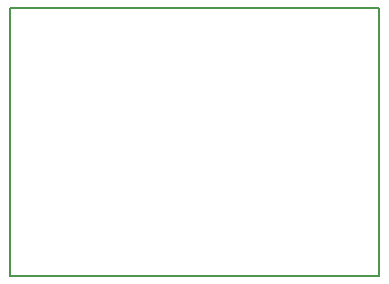
<source format=gbr>
G04 #@! TF.FileFunction,Profile,NP*
%FSLAX46Y46*%
G04 Gerber Fmt 4.6, Leading zero omitted, Abs format (unit mm)*
G04 Created by KiCad (PCBNEW 4.0.2+dfsg1-stable) date Qua 18 Mai 2016 07:52:08 BRT*
%MOMM*%
G01*
G04 APERTURE LIST*
%ADD10C,0.100000*%
%ADD11C,0.150000*%
G04 APERTURE END LIST*
D10*
D11*
X172000000Y-95000000D02*
X172000000Y-117750000D01*
X140750000Y-95000000D02*
X140750000Y-117750000D01*
X140750000Y-95000000D02*
X172000000Y-95000000D01*
X140750000Y-117750000D02*
X172000000Y-117750000D01*
M02*

</source>
